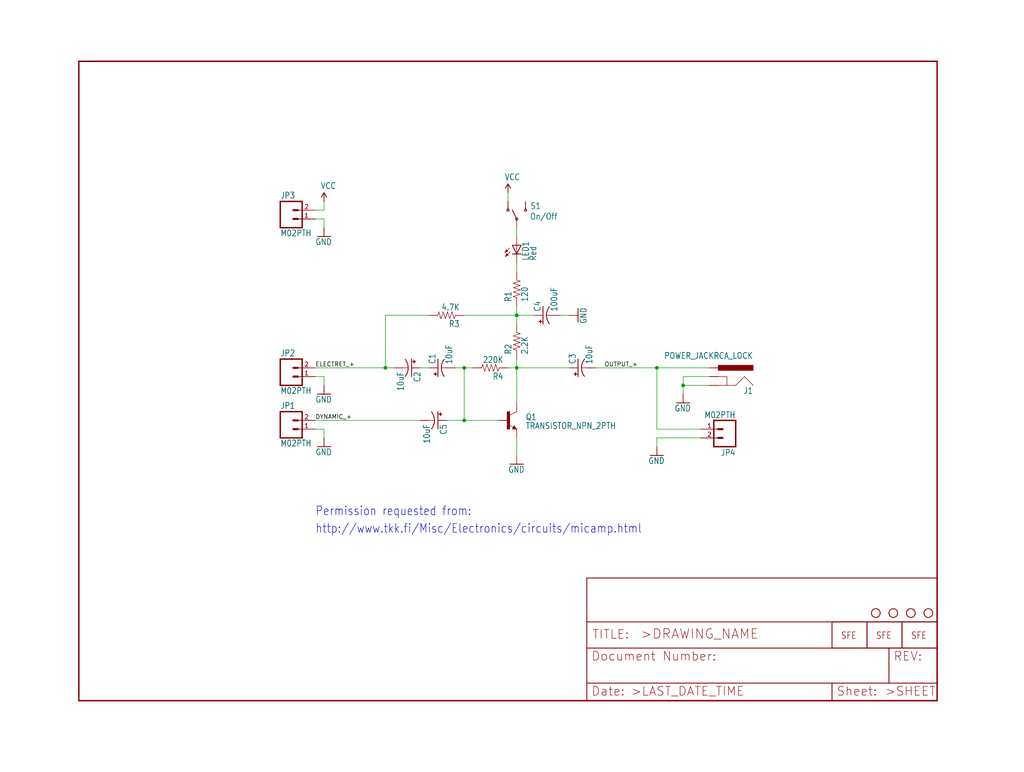
<source format=kicad_sch>
(kicad_sch (version 20211123) (generator eeschema)
  (paper "User" 297.002 223.926)
  (lib_symbols
    (symbol "eagleSchem-eagle-import:CAP_POLPTH1"
      (property "Reference" "C" (at 1.016 0.635 0))
      (property "Value" "CAP_POLPTH1" (at 1.016 -4.191 0))
      (symbol "CAP_POLPTH1_1_0"
        (rectangle (start -2.253 0.668) (end -1.364 0.795) (fill (type outline)))
        (rectangle (start -1.872 0.287) (end -1.745 1.176) (fill (type outline)))
        (arc (start 0 -1.0161) (mid -1.3021 -1.2302) (end -2.4669 -1.8504) (stroke (width 0.254)))
        (polyline (pts (xy -2.54 0) (xy 2.54 0)) (stroke (width 0.254)))
        (polyline (pts (xy 0 -1.016) (xy 0 -2.54)) (stroke (width 0.1524)))
        (arc (start 2.4892 -1.8542) (mid 1.3158 -1.2195) (end 0 -1) (stroke (width 0.254)))
        (pin passive line (at 0 2.54 270) (length 2.54) (name "+") (number "1"))
        (pin passive line (at 0 -5.08 90) (length 2.54) (name "-") (number "2"))
      )
    )
    (symbol "eagleSchem-eagle-import:CAP_POLPTH2"
      (property "Reference" "C" (at 1.016 0.635 0))
      (property "Value" "CAP_POLPTH2" (at 1.016 -4.191 0))
      (symbol "CAP_POLPTH2_1_0"
        (rectangle (start -2.253 0.668) (end -1.364 0.795) (fill (type outline)))
        (rectangle (start -1.872 0.287) (end -1.745 1.176) (fill (type outline)))
        (arc (start 0 -1.0161) (mid -1.3021 -1.2302) (end -2.4669 -1.8504) (stroke (width 0.254)))
        (polyline (pts (xy -2.54 0) (xy 2.54 0)) (stroke (width 0.254)))
        (polyline (pts (xy 0 -1.016) (xy 0 -2.54)) (stroke (width 0.1524)))
        (arc (start 2.4892 -1.8542) (mid 1.3158 -1.2195) (end 0 -1) (stroke (width 0.254)))
        (pin passive line (at 0 2.54 270) (length 2.54) (name "+") (number "1"))
        (pin passive line (at 0 -5.08 90) (length 2.54) (name "-") (number "2"))
      )
    )
    (symbol "eagleSchem-eagle-import:FRAME-LETTER"
      (symbol "FRAME-LETTER_1_0"
        (polyline (pts (xy 0 0) (xy 248.92 0)) (stroke (width 0.4064)))
        (polyline (pts (xy 0 185.42) (xy 0 0)) (stroke (width 0.4064)))
        (polyline (pts (xy 0 185.42) (xy 248.92 185.42)) (stroke (width 0.4064)))
        (polyline (pts (xy 248.92 185.42) (xy 248.92 0)) (stroke (width 0.4064)))
      )
      (symbol "FRAME-LETTER_2_0"
        (polyline (pts (xy 0 0) (xy 0 5.08)) (stroke (width 0.254)))
        (polyline (pts (xy 0 0) (xy 71.12 0)) (stroke (width 0.254)))
        (polyline (pts (xy 0 5.08) (xy 0 15.24)) (stroke (width 0.254)))
        (polyline (pts (xy 0 5.08) (xy 71.12 5.08)) (stroke (width 0.254)))
        (polyline (pts (xy 0 15.24) (xy 0 22.86)) (stroke (width 0.254)))
        (polyline (pts (xy 0 22.86) (xy 0 35.56)) (stroke (width 0.254)))
        (polyline (pts (xy 0 22.86) (xy 101.6 22.86)) (stroke (width 0.254)))
        (polyline (pts (xy 71.12 0) (xy 101.6 0)) (stroke (width 0.254)))
        (polyline (pts (xy 71.12 5.08) (xy 71.12 0)) (stroke (width 0.254)))
        (polyline (pts (xy 71.12 5.08) (xy 87.63 5.08)) (stroke (width 0.254)))
        (polyline (pts (xy 87.63 5.08) (xy 101.6 5.08)) (stroke (width 0.254)))
        (polyline (pts (xy 87.63 15.24) (xy 0 15.24)) (stroke (width 0.254)))
        (polyline (pts (xy 87.63 15.24) (xy 87.63 5.08)) (stroke (width 0.254)))
        (polyline (pts (xy 101.6 5.08) (xy 101.6 0)) (stroke (width 0.254)))
        (polyline (pts (xy 101.6 15.24) (xy 87.63 15.24)) (stroke (width 0.254)))
        (polyline (pts (xy 101.6 15.24) (xy 101.6 5.08)) (stroke (width 0.254)))
        (polyline (pts (xy 101.6 22.86) (xy 101.6 15.24)) (stroke (width 0.254)))
        (polyline (pts (xy 101.6 35.56) (xy 0 35.56)) (stroke (width 0.254)))
        (polyline (pts (xy 101.6 35.56) (xy 101.6 22.86)) (stroke (width 0.254)))
        (text ">DRAWING_NAME" (at 15.494 17.78 0) (effects (font (size 2.7432 2.7432)) (justify left bottom)))
        (text ">LAST_DATE_TIME" (at 12.7 1.27 0) (effects (font (size 2.54 2.54)) (justify left bottom)))
        (text ">SHEET" (at 86.36 1.27 0) (effects (font (size 2.54 2.54)) (justify left bottom)))
        (text "Date:" (at 1.27 1.27 0) (effects (font (size 2.54 2.54)) (justify left bottom)))
        (text "Document Number:" (at 1.27 11.43 0) (effects (font (size 2.54 2.54)) (justify left bottom)))
        (text "REV:" (at 88.9 11.43 0) (effects (font (size 2.54 2.54)) (justify left bottom)))
        (text "Sheet:" (at 72.39 1.27 0) (effects (font (size 2.54 2.54)) (justify left bottom)))
        (text "TITLE:" (at 1.524 17.78 0) (effects (font (size 2.54 2.54)) (justify left bottom)))
      )
    )
    (symbol "eagleSchem-eagle-import:GND" (power)
      (property "Value" "GND" (at -2.54 -2.54 0))
      (symbol "GND_1_0"
        (polyline (pts (xy -1.905 0) (xy 1.905 0)) (stroke (width 0.254)))
        (pin power_in line (at 0 2.54 270) (length 2.54) (name "GND") (number "1"))
      )
    )
    (symbol "eagleSchem-eagle-import:LED5MM"
      (property "Reference" "LED" (at 3.556 -4.572 90))
      (property "Value" "LED5MM" (at 5.715 -4.572 90))
      (symbol "LED5MM_1_0"
        (polyline (pts (xy -2.032 -0.762) (xy -3.429 -2.159)) (stroke (width 0.1524)))
        (polyline (pts (xy -1.905 -1.905) (xy -3.302 -3.302)) (stroke (width 0.1524)))
        (polyline (pts (xy 0 -2.54) (xy -1.27 -2.54)) (stroke (width 0.254)))
        (polyline (pts (xy 0 -2.54) (xy -1.27 0)) (stroke (width 0.254)))
        (polyline (pts (xy 0 0) (xy -1.27 0)) (stroke (width 0.254)))
        (polyline (pts (xy 0 0) (xy 0 -2.54)) (stroke (width 0.1524)))
        (polyline (pts (xy 1.27 -2.54) (xy 0 -2.54)) (stroke (width 0.254)))
        (polyline (pts (xy 1.27 0) (xy 0 -2.54)) (stroke (width 0.254)))
        (polyline (pts (xy 1.27 0) (xy 0 0)) (stroke (width 0.254)))
        (polyline (pts (xy -3.429 -2.159) (xy -3.048 -1.27) (xy -2.54 -1.778)) (fill (type outline)))
        (polyline (pts (xy -3.302 -3.302) (xy -2.921 -2.413) (xy -2.413 -2.921)) (fill (type outline)))
        (pin passive line (at 0 2.54 270) (length 2.54) (name "A") (number "A"))
        (pin passive line (at 0 -5.08 90) (length 2.54) (name "C") (number "K"))
      )
    )
    (symbol "eagleSchem-eagle-import:LOGO-SFENW2"
      (symbol "LOGO-SFENW2_1_0"
        (polyline (pts (xy -2.54 -2.54) (xy 7.62 -2.54)) (stroke (width 0.254)))
        (polyline (pts (xy -2.54 5.08) (xy -2.54 -2.54)) (stroke (width 0.254)))
        (polyline (pts (xy 7.62 -2.54) (xy 7.62 5.08)) (stroke (width 0.254)))
        (polyline (pts (xy 7.62 5.08) (xy -2.54 5.08)) (stroke (width 0.254)))
        (text "SFE" (at 0 0 0) (effects (font (size 1.9304 1.6408)) (justify left bottom)))
      )
    )
    (symbol "eagleSchem-eagle-import:LOGO-SFESK"
      (symbol "LOGO-SFESK_1_0"
        (polyline (pts (xy -2.54 -2.54) (xy 7.62 -2.54)) (stroke (width 0.254)))
        (polyline (pts (xy -2.54 5.08) (xy -2.54 -2.54)) (stroke (width 0.254)))
        (polyline (pts (xy 7.62 -2.54) (xy 7.62 5.08)) (stroke (width 0.254)))
        (polyline (pts (xy 7.62 5.08) (xy -2.54 5.08)) (stroke (width 0.254)))
        (text "SFE" (at 0 0 0) (effects (font (size 1.9304 1.6408)) (justify left bottom)))
      )
    )
    (symbol "eagleSchem-eagle-import:M02PTH"
      (property "Reference" "JP" (at -2.54 5.842 0))
      (property "Value" "M02PTH" (at -2.54 -5.08 0))
      (symbol "M02PTH_1_0"
        (polyline (pts (xy -2.54 5.08) (xy -2.54 -2.54)) (stroke (width 0.4064)))
        (polyline (pts (xy -2.54 5.08) (xy 3.81 5.08)) (stroke (width 0.4064)))
        (polyline (pts (xy 1.27 0) (xy 2.54 0)) (stroke (width 0.6096)))
        (polyline (pts (xy 1.27 2.54) (xy 2.54 2.54)) (stroke (width 0.6096)))
        (polyline (pts (xy 3.81 -2.54) (xy -2.54 -2.54)) (stroke (width 0.4064)))
        (polyline (pts (xy 3.81 -2.54) (xy 3.81 5.08)) (stroke (width 0.4064)))
        (pin passive line (at 7.62 0 180) (length 5.08) (name "1") (number "1"))
        (pin passive line (at 7.62 2.54 180) (length 5.08) (name "2") (number "2"))
      )
    )
    (symbol "eagleSchem-eagle-import:POWER_JACKRCA_LOCK"
      (property "Reference" "J" (at -10.16 0 0))
      (property "Value" "POWER_JACKRCA_LOCK" (at -10.16 10.16 0))
      (symbol "POWER_JACKRCA_LOCK_1_0"
        (rectangle (start -10.16 6.858) (end 0 8.382) (fill (type outline)))
        (polyline (pts (xy -10.16 2.54) (xy -7.62 5.08)) (stroke (width 0.1524)))
        (polyline (pts (xy -7.62 5.08) (xy -5.08 2.54)) (stroke (width 0.1524)))
        (polyline (pts (xy -5.08 2.54) (xy -2.54 2.54)) (stroke (width 0.1524)))
        (polyline (pts (xy -2.54 2.54) (xy -2.54 5.08)) (stroke (width 0.1524)))
        (polyline (pts (xy -2.54 2.54) (xy 0 2.54)) (stroke (width 0.1524)))
        (polyline (pts (xy -2.54 5.08) (xy 0 5.08)) (stroke (width 0.1524)))
        (pin bidirectional line (at 2.54 2.54 180) (length 2.54) (name "GND") (number "BARREL"))
        (pin bidirectional line (at 2.54 7.62 180) (length 2.54) (name "PWR") (number "BREAK"))
        (pin bidirectional line (at 2.54 5.08 180) (length 2.54) (name "GNDBREAK") (number "SPRING"))
      )
    )
    (symbol "eagleSchem-eagle-import:RESISTORPTH1"
      (property "Reference" "R" (at -3.81 1.4986 0))
      (property "Value" "RESISTORPTH1" (at -3.81 -3.302 0))
      (symbol "RESISTORPTH1_1_0"
        (polyline (pts (xy -2.54 0) (xy -2.159 1.016)) (stroke (width 0.1524)))
        (polyline (pts (xy -2.159 1.016) (xy -1.524 -1.016)) (stroke (width 0.1524)))
        (polyline (pts (xy -1.524 -1.016) (xy -0.889 1.016)) (stroke (width 0.1524)))
        (polyline (pts (xy -0.889 1.016) (xy -0.254 -1.016)) (stroke (width 0.1524)))
        (polyline (pts (xy -0.254 -1.016) (xy 0.381 1.016)) (stroke (width 0.1524)))
        (polyline (pts (xy 0.381 1.016) (xy 1.016 -1.016)) (stroke (width 0.1524)))
        (polyline (pts (xy 1.016 -1.016) (xy 1.651 1.016)) (stroke (width 0.1524)))
        (polyline (pts (xy 1.651 1.016) (xy 2.286 -1.016)) (stroke (width 0.1524)))
        (polyline (pts (xy 2.286 -1.016) (xy 2.54 0)) (stroke (width 0.1524)))
        (pin passive line (at -5.08 0 0) (length 2.54) (name "1") (number "P$1"))
        (pin passive line (at 5.08 0 180) (length 2.54) (name "2") (number "P$2"))
      )
    )
    (symbol "eagleSchem-eagle-import:STAND-OFF"
      (symbol "STAND-OFF_1_0"
        (circle (center 0 0) (radius 1.27) (stroke (width 0.254)))
      )
    )
    (symbol "eagleSchem-eagle-import:SWITCH-SPSTPTH_LOCK"
      (property "Reference" "S" (at -1.905 -6.35 0))
      (property "Value" "SWITCH-SPSTPTH_LOCK" (at -2.54 3.81 0))
      (symbol "SWITCH-SPSTPTH_LOCK_1_0"
        (polyline (pts (xy 0 0) (xy 2.54 1.27)) (stroke (width 0.254)))
        (polyline (pts (xy 2.54 -2.54) (xy 3.175 -2.54)) (stroke (width 0.127)))
        (polyline (pts (xy 2.54 2.54) (xy 3.175 2.54)) (stroke (width 0.1524)))
        (circle (center 0 0) (radius 0.3592) (stroke (width 0.2032)))
        (circle (center 2.54 -2.54) (radius 0.3592) (stroke (width 0.2032)))
        (circle (center 2.54 2.54) (radius 0.3592) (stroke (width 0.2032)))
        (pin passive line (at 5.08 2.54 180) (length 2.54) (name "O") (number "1"))
        (pin passive line (at -2.54 0 0) (length 2.54) (name "P") (number "2"))
        (pin passive line (at 5.08 -2.54 180) (length 2.54) (name "S") (number "3"))
      )
    )
    (symbol "eagleSchem-eagle-import:TRANSISTOR_NPN_2PTH"
      (property "Value" "TRANSISTOR_NPN_2PTH" (at 5.08 -2.54 0))
      (symbol "TRANSISTOR_NPN_2PTH_1_0"
        (rectangle (start -0.254 -2.54) (end 0.508 2.54) (fill (type outline)))
        (polyline (pts (xy 1.27 -2.54) (xy 1.778 -1.524)) (stroke (width 0.1524)))
        (polyline (pts (xy 1.524 -2.413) (xy 2.286 -2.413)) (stroke (width 0.254)))
        (polyline (pts (xy 1.524 -2.286) (xy 1.905 -2.286)) (stroke (width 0.254)))
        (polyline (pts (xy 1.54 -2.04) (xy 0.308 -1.424)) (stroke (width 0.1524)))
        (polyline (pts (xy 1.778 -1.778) (xy 1.524 -2.286)) (stroke (width 0.254)))
        (polyline (pts (xy 1.778 -1.524) (xy 2.54 -2.54)) (stroke (width 0.1524)))
        (polyline (pts (xy 1.905 -2.286) (xy 1.778 -2.032)) (stroke (width 0.254)))
        (polyline (pts (xy 2.286 -2.413) (xy 1.778 -1.778)) (stroke (width 0.254)))
        (polyline (pts (xy 2.54 -2.54) (xy 1.27 -2.54)) (stroke (width 0.1524)))
        (polyline (pts (xy 2.54 2.54) (xy 0.508 1.524)) (stroke (width 0.1524)))
        (pin passive line (at 2.54 5.08 270) (length 2.54) (name "C") (number "1"))
        (pin passive line (at -2.54 0 0) (length 2.54) (name "B") (number "2"))
        (pin passive line (at 2.54 -5.08 90) (length 2.54) (name "E") (number "3"))
      )
    )
    (symbol "eagleSchem-eagle-import:VCC" (power)
      (property "Value" "VCC" (at -1.016 3.556 0))
      (symbol "VCC_1_0"
        (polyline (pts (xy 0 2.54) (xy -0.762 1.27)) (stroke (width 0.254)))
        (polyline (pts (xy 0.762 1.27) (xy 0 2.54)) (stroke (width 0.254)))
        (pin power_in line (at 0 0 90) (length 2.54) (name "VCC") (number "1"))
      )
    )
  )
  (junction (at 111.76 106.68))
  (junction (at 134.62 106.68))
  (junction (at 190.5 106.68))
  (junction (at 198.12 111.76))
  (junction (at 134.62 121.92))
  (junction (at 149.86 91.44))
  (junction (at 149.86 106.68))
  (wire (pts (xy 149.86 91.44) (xy 149.86 88.9)))
  (wire (pts (xy 205.74 111.76) (xy 198.12 111.76)))
  (wire (pts (xy 91.44 60.96) (xy 93.98 60.96)))
  (wire (pts (xy 93.98 124.46) (xy 93.98 127)))
  (wire (pts (xy 198.12 109.22) (xy 198.12 111.76)))
  (wire (pts (xy 149.86 106.68) (xy 165.1 106.68)))
  (wire (pts (xy 93.98 109.22) (xy 93.98 111.76)))
  (wire (pts (xy 165.1 91.44) (xy 162.56 91.44)))
  (wire (pts (xy 134.62 121.92) (xy 134.62 106.68)))
  (wire (pts (xy 149.86 116.84) (xy 149.86 106.68)))
  (wire (pts (xy 91.44 109.22) (xy 93.98 109.22)))
  (wire (pts (xy 111.76 106.68) (xy 91.44 106.68)))
  (wire (pts (xy 149.86 91.44) (xy 134.62 91.44)))
  (wire (pts (xy 91.44 63.5) (xy 93.98 63.5)))
  (wire (pts (xy 93.98 63.5) (xy 93.98 66.04)))
  (wire (pts (xy 205.74 109.22) (xy 198.12 109.22)))
  (wire (pts (xy 111.76 91.44) (xy 124.46 91.44)))
  (wire (pts (xy 190.5 106.68) (xy 205.74 106.68)))
  (wire (pts (xy 134.62 106.68) (xy 137.16 106.68)))
  (wire (pts (xy 93.98 60.96) (xy 93.98 58.42)))
  (wire (pts (xy 121.92 106.68) (xy 124.46 106.68)))
  (wire (pts (xy 144.78 121.92) (xy 134.62 121.92)))
  (wire (pts (xy 114.3 106.68) (xy 111.76 106.68)))
  (wire (pts (xy 190.5 124.46) (xy 203.2 124.46)))
  (wire (pts (xy 147.32 106.68) (xy 149.86 106.68)))
  (wire (pts (xy 154.94 91.44) (xy 149.86 91.44)))
  (wire (pts (xy 149.86 132.08) (xy 149.86 127)))
  (wire (pts (xy 121.92 121.92) (xy 91.44 121.92)))
  (wire (pts (xy 190.5 106.68) (xy 190.5 124.46)))
  (wire (pts (xy 91.44 124.46) (xy 93.98 124.46)))
  (wire (pts (xy 149.86 78.74) (xy 149.86 76.2)))
  (wire (pts (xy 129.54 121.92) (xy 134.62 121.92)))
  (wire (pts (xy 198.12 111.76) (xy 198.12 114.3)))
  (wire (pts (xy 132.08 106.68) (xy 134.62 106.68)))
  (wire (pts (xy 172.72 106.68) (xy 190.5 106.68)))
  (wire (pts (xy 149.86 66.04) (xy 149.86 68.58)))
  (wire (pts (xy 203.2 127) (xy 190.5 127)))
  (wire (pts (xy 149.86 93.98) (xy 149.86 91.44)))
  (wire (pts (xy 111.76 106.68) (xy 111.76 91.44)))
  (wire (pts (xy 147.32 55.88) (xy 147.32 58.42)))
  (wire (pts (xy 190.5 127) (xy 190.5 129.54)))
  (wire (pts (xy 149.86 106.68) (xy 149.86 104.14)))
  (text "Permission requested from:" (at 91.44 149.86 180) (effects (font (size 2.54 2.159)) (justify left bottom)))
  (text "http://www.tkk.fi/Misc/Electronics/circuits/micamp.html" (at 91.44 154.94 0) (effects (font (size 2.54 2.159)) (justify left bottom)))
  (label "ELECTRET_+" (at 91.44 106.68 0) (effects (font (size 1.2446 1.2446))))
  (label "DYNAMIC_+" (at 91.44 121.92 0) (effects (font (size 1.2446 1.2446))))
  (label "OUTPUT_+" (at 175.26 106.68 0) (effects (font (size 1.2446 1.2446))))
  (symbol (lib_id "eagleSchem-eagle-import:GND") (at 198.12 116.84 0) (unit 1)
    (property "Reference" "#GND7" (effects hide))
    (property "Value" "GND" (at 195.58 119.38 0) (effects (font (size 1.778 1.5113)) (justify left bottom)))
    (property "Footprint" "eagleSchem:" (effects hide))
  )
  (symbol (lib_id "eagleSchem-eagle-import:M02PTH") (at 83.82 109.22 0) (unit 1)
    (property "Reference" "JP2" (at 81.28 103.378 0) (effects (font (size 1.778 1.5113)) (justify left bottom)))
    (property "Value" "M02PTH" (at 81.28 114.3 0) (effects (font (size 1.778 1.5113)) (justify left bottom)))
    (property "Footprint" "eagleSchem:1X02" (effects hide))
  )
  (symbol (lib_id "eagleSchem-eagle-import:TRANSISTOR_NPN_2PTH") (at 147.32 121.92 0) (unit 1)
    (property "Reference" "Q1" (at 152.4 121.92 0) (effects (font (size 1.778 1.5113)) (justify left bottom)))
    (property "Value" "TRANSISTOR_NPN_2PTH" (at 152.4 124.46 0) (effects (font (size 1.778 1.5113)) (justify left bottom)))
    (property "Footprint" "eagleSchem:TO-92" (effects hide))
  )
  (symbol (lib_id "eagleSchem-eagle-import:GND") (at 190.5 132.08 0) (unit 1)
    (property "Reference" "#GND6" (effects hide))
    (property "Value" "GND" (at 187.96 134.62 0) (effects (font (size 1.778 1.5113)) (justify left bottom)))
    (property "Footprint" "eagleSchem:" (effects hide))
  )
  (symbol (lib_id "eagleSchem-eagle-import:GND") (at 149.86 134.62 0) (unit 1)
    (property "Reference" "#GND4" (effects hide))
    (property "Value" "GND" (at 147.32 137.16 0) (effects (font (size 1.778 1.5113)) (justify left bottom)))
    (property "Footprint" "eagleSchem:" (effects hide))
  )
  (symbol (lib_id "eagleSchem-eagle-import:CAP_POLPTH1") (at 157.48 91.44 90) (unit 1)
    (property "Reference" "C4" (at 156.845 90.424 0) (effects (font (size 1.778 1.5113)) (justify left bottom)))
    (property "Value" "100uF" (at 161.671 90.424 0) (effects (font (size 1.778 1.5113)) (justify left bottom)))
    (property "Footprint" "eagleSchem:CPOL-RADIAL-100UF-25V" (effects hide))
  )
  (symbol (lib_id "eagleSchem-eagle-import:VCC") (at 93.98 58.42 0) (unit 1)
    (property "Reference" "#P+2" (effects hide))
    (property "Value" "VCC" (at 92.964 54.864 0) (effects (font (size 1.778 1.5113)) (justify left bottom)))
    (property "Footprint" "eagleSchem:" (effects hide))
  )
  (symbol (lib_id "eagleSchem-eagle-import:SWITCH-SPSTPTH_LOCK") (at 149.86 63.5 90) (unit 1)
    (property "Reference" "S1" (at 153.797 60.706 90) (effects (font (size 1.778 1.5113)) (justify right top)))
    (property "Value" "On/Off" (at 153.67 63.754 90) (effects (font (size 1.778 1.5113)) (justify right top)))
    (property "Footprint" "eagleSchem:SWITCH-SPDT_LOCK.007S" (effects hide))
  )
  (symbol (lib_id "eagleSchem-eagle-import:LOGO-SFESK") (at 243.84 185.42 0) (unit 1)
    (property "Reference" "U$6" (effects hide))
    (property "Value" "LOGO-SFESK" (effects hide))
    (property "Footprint" "eagleSchem:SFE-LOGO-FLAME" (effects hide))
  )
  (symbol (lib_id "eagleSchem-eagle-import:CAP_POLPTH2") (at 167.64 106.68 90) (unit 1)
    (property "Reference" "C3" (at 167.005 105.664 0) (effects (font (size 1.778 1.5113)) (justify left bottom)))
    (property "Value" "10uF" (at 171.831 105.664 0) (effects (font (size 1.778 1.5113)) (justify left bottom)))
    (property "Footprint" "eagleSchem:CPOL-RADIAL-10UF-25V" (effects hide))
  )
  (symbol (lib_id "eagleSchem-eagle-import:STAND-OFF") (at 259.08 177.8 0) (unit 1)
    (property "Reference" "U$4" (effects hide))
    (property "Value" "STAND-OFF" (effects hide))
    (property "Footprint" "eagleSchem:STAND-OFF" (effects hide))
  )
  (symbol (lib_id "eagleSchem-eagle-import:GND") (at 93.98 129.54 0) (unit 1)
    (property "Reference" "#GND1" (effects hide))
    (property "Value" "GND" (at 91.44 132.08 0) (effects (font (size 1.778 1.5113)) (justify left bottom)))
    (property "Footprint" "eagleSchem:" (effects hide))
  )
  (symbol (lib_id "eagleSchem-eagle-import:FRAME-LETTER") (at 170.18 203.2 0) (unit 2)
    (property "Reference" "#FRAME1" (effects hide))
    (property "Value" "FRAME-LETTER" (effects hide))
    (property "Footprint" "eagleSchem:" (effects hide))
  )
  (symbol (lib_id "eagleSchem-eagle-import:RESISTORPTH1") (at 149.86 83.82 90) (unit 1)
    (property "Reference" "R1" (at 148.3614 87.63 0) (effects (font (size 1.778 1.5113)) (justify left bottom)))
    (property "Value" "120" (at 153.162 87.63 0) (effects (font (size 1.778 1.5113)) (justify left bottom)))
    (property "Footprint" "eagleSchem:AXIAL-0.3" (effects hide))
  )
  (symbol (lib_id "eagleSchem-eagle-import:RESISTORPTH1") (at 142.24 106.68 180) (unit 1)
    (property "Reference" "R4" (at 146.05 108.1786 0) (effects (font (size 1.778 1.5113)) (justify left bottom)))
    (property "Value" "220K" (at 146.05 103.378 0) (effects (font (size 1.778 1.5113)) (justify left bottom)))
    (property "Footprint" "eagleSchem:AXIAL-0.3" (effects hide))
  )
  (symbol (lib_id "eagleSchem-eagle-import:FRAME-LETTER") (at 22.86 203.2 0) (unit 1)
    (property "Reference" "#FRAME1" (effects hide))
    (property "Value" "FRAME-LETTER" (effects hide))
    (property "Footprint" "eagleSchem:" (effects hide))
  )
  (symbol (lib_id "eagleSchem-eagle-import:LOGO-SFENW2") (at 254 185.42 0) (unit 1)
    (property "Reference" "JP6" (effects hide))
    (property "Value" "LOGO-SFENW2" (effects hide))
    (property "Footprint" "eagleSchem:SFE-NEW-WEB" (effects hide))
  )
  (symbol (lib_id "eagleSchem-eagle-import:CAP_POLPTH2") (at 127 121.92 270) (unit 1)
    (property "Reference" "C5" (at 127.635 122.936 0) (effects (font (size 1.778 1.5113)) (justify left bottom)))
    (property "Value" "10uF" (at 122.809 122.936 0) (effects (font (size 1.778 1.5113)) (justify left bottom)))
    (property "Footprint" "eagleSchem:CPOL-RADIAL-10UF-25V" (effects hide))
  )
  (symbol (lib_id "eagleSchem-eagle-import:VCC") (at 147.32 55.88 0) (unit 1)
    (property "Reference" "#P+1" (effects hide))
    (property "Value" "VCC" (at 146.304 52.324 0) (effects (font (size 1.778 1.5113)) (justify left bottom)))
    (property "Footprint" "eagleSchem:" (effects hide))
  )
  (symbol (lib_id "eagleSchem-eagle-import:CAP_POLPTH2") (at 127 106.68 90) (unit 1)
    (property "Reference" "C1" (at 126.365 105.664 0) (effects (font (size 1.778 1.5113)) (justify left bottom)))
    (property "Value" "10uF" (at 131.191 105.664 0) (effects (font (size 1.778 1.5113)) (justify left bottom)))
    (property "Footprint" "eagleSchem:CPOL-RADIAL-10UF-25V" (effects hide))
  )
  (symbol (lib_id "eagleSchem-eagle-import:CAP_POLPTH2") (at 119.38 106.68 270) (unit 1)
    (property "Reference" "C2" (at 120.015 107.696 0) (effects (font (size 1.778 1.5113)) (justify left bottom)))
    (property "Value" "10uF" (at 115.189 107.696 0) (effects (font (size 1.778 1.5113)) (justify left bottom)))
    (property "Footprint" "eagleSchem:CPOL-RADIAL-10UF-25V" (effects hide))
  )
  (symbol (lib_id "eagleSchem-eagle-import:STAND-OFF") (at 254 177.8 0) (unit 1)
    (property "Reference" "U$5" (effects hide))
    (property "Value" "STAND-OFF" (effects hide))
    (property "Footprint" "eagleSchem:STAND-OFF" (effects hide))
  )
  (symbol (lib_id "eagleSchem-eagle-import:M02PTH") (at 83.82 63.5 0) (unit 1)
    (property "Reference" "JP3" (at 81.28 57.658 0) (effects (font (size 1.778 1.5113)) (justify left bottom)))
    (property "Value" "M02PTH" (at 81.28 68.58 0) (effects (font (size 1.778 1.5113)) (justify left bottom)))
    (property "Footprint" "eagleSchem:1X02" (effects hide))
  )
  (symbol (lib_id "eagleSchem-eagle-import:LED5MM") (at 149.86 71.12 0) (unit 1)
    (property "Reference" "LED1" (at 153.416 75.692 90) (effects (font (size 1.778 1.5113)) (justify left bottom)))
    (property "Value" "Red" (at 155.575 75.692 90) (effects (font (size 1.778 1.5113)) (justify left bottom)))
    (property "Footprint" "eagleSchem:LED5MM" (effects hide))
  )
  (symbol (lib_id "eagleSchem-eagle-import:GND") (at 93.98 68.58 0) (unit 1)
    (property "Reference" "#GND5" (effects hide))
    (property "Value" "GND" (at 91.44 71.12 0) (effects (font (size 1.778 1.5113)) (justify left bottom)))
    (property "Footprint" "eagleSchem:" (effects hide))
  )
  (symbol (lib_id "eagleSchem-eagle-import:STAND-OFF") (at 269.24 177.8 0) (unit 1)
    (property "Reference" "U$2" (effects hide))
    (property "Value" "STAND-OFF" (effects hide))
    (property "Footprint" "eagleSchem:STAND-OFF" (effects hide))
  )
  (symbol (lib_id "eagleSchem-eagle-import:M02PTH") (at 83.82 124.46 0) (unit 1)
    (property "Reference" "JP1" (at 81.28 118.618 0) (effects (font (size 1.778 1.5113)) (justify left bottom)))
    (property "Value" "M02PTH" (at 81.28 129.54 0) (effects (font (size 1.778 1.5113)) (justify left bottom)))
    (property "Footprint" "eagleSchem:1X02" (effects hide))
  )
  (symbol (lib_id "eagleSchem-eagle-import:POWER_JACKRCA_LOCK") (at 208.28 114.3 0) (mirror y) (unit 1)
    (property "Reference" "J1" (at 218.44 114.3 0) (effects (font (size 1.778 1.5113)) (justify left bottom)))
    (property "Value" "POWER_JACKRCA_LOCK" (at 218.44 104.14 0) (effects (font (size 1.778 1.5113)) (justify left bottom)))
    (property "Footprint" "eagleSchem:RCA_LOCK" (effects hide))
  )
  (symbol (lib_id "eagleSchem-eagle-import:LOGO-SFESK") (at 264.16 185.42 0) (unit 1)
    (property "Reference" "U$1" (effects hide))
    (property "Value" "LOGO-SFESK" (effects hide))
    (property "Footprint" "eagleSchem:SFE-LOGO-FLAME" (effects hide))
  )
  (symbol (lib_id "eagleSchem-eagle-import:GND") (at 167.64 91.44 90) (unit 1)
    (property "Reference" "#GND2" (effects hide))
    (property "Value" "GND" (at 170.18 93.98 0) (effects (font (size 1.778 1.5113)) (justify left bottom)))
    (property "Footprint" "eagleSchem:" (effects hide))
  )
  (symbol (lib_id "eagleSchem-eagle-import:RESISTORPTH1") (at 129.54 91.44 180) (unit 1)
    (property "Reference" "R3" (at 133.35 92.9386 0) (effects (font (size 1.778 1.5113)) (justify left bottom)))
    (property "Value" "4.7K" (at 133.35 88.138 0) (effects (font (size 1.778 1.5113)) (justify left bottom)))
    (property "Footprint" "eagleSchem:AXIAL-0.3" (effects hide))
  )
  (symbol (lib_id "eagleSchem-eagle-import:GND") (at 93.98 114.3 0) (unit 1)
    (property "Reference" "#GND3" (effects hide))
    (property "Value" "GND" (at 91.44 116.84 0) (effects (font (size 1.778 1.5113)) (justify left bottom)))
    (property "Footprint" "eagleSchem:" (effects hide))
  )
  (symbol (lib_id "eagleSchem-eagle-import:STAND-OFF") (at 264.16 177.8 0) (unit 1)
    (property "Reference" "U$3" (effects hide))
    (property "Value" "STAND-OFF" (effects hide))
    (property "Footprint" "eagleSchem:STAND-OFF" (effects hide))
  )
  (symbol (lib_id "eagleSchem-eagle-import:M02PTH") (at 210.82 124.46 180) (unit 1)
    (property "Reference" "JP4" (at 213.36 130.302 0) (effects (font (size 1.778 1.5113)) (justify left bottom)))
    (property "Value" "M02PTH" (at 213.36 119.38 0) (effects (font (size 1.778 1.5113)) (justify left bottom)))
    (property "Footprint" "eagleSchem:1X02" (effects hide))
  )
  (symbol (lib_id "eagleSchem-eagle-import:RESISTORPTH1") (at 149.86 99.06 90) (unit 1)
    (property "Reference" "R2" (at 148.3614 102.87 0) (effects (font (size 1.778 1.5113)) (justify left bottom)))
    (property "Value" "2.2K" (at 153.162 102.87 0) (effects (font (size 1.778 1.5113)) (justify left bottom)))
    (property "Footprint" "eagleSchem:AXIAL-0.3" (effects hide))
  )
)
</source>
